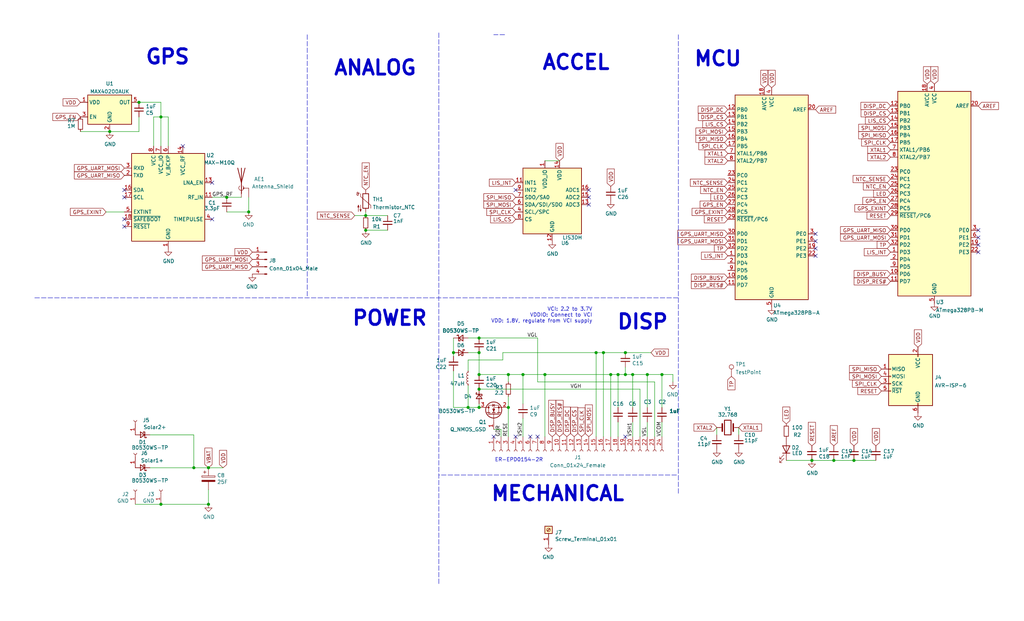
<source format=kicad_sch>
(kicad_sch (version 20211123) (generator eeschema)
  (paper "USLegal")
  (lib_symbols
    (symbol "Analog_Switch:MAX40200AUK"
      (property "Reference" "U" (at -6.35 6.35 0))
      (property "Value" "MAX40200AUK" (at 7.62 6.35 0))
      (symbol "MAX40200AUK_1_1"
        (pin power_in line (at -10.16 2.54 0) (length 2.54) (name "VDD") (number "1"))
        (pin power_in line (at 0 -7.62 90) (length 2.54) (name "GND") (number "2"))
        (pin input line (at -10.16 -2.54 0) (length 2.54) (name "EN") (number "3"))
        (pin no_connect line (at 7.62 -2.54 180) (length 2.54) hide (name "NC") (number "4"))
        (pin passive line (at 10.16 2.54 180) (length 2.54) (name "OUT") (number "5"))
      )
    )
    (symbol "Connector:AVR-ISP-6" (pin_names (offset 1.016))
      (property "Reference" "J" (at -6.35 11.43 0))
      (property "Value" "AVR-ISP-6" (at 0 11.43 0))
      (symbol "AVR-ISP-6_1_1"
        (pin passive line (at 10.16 5.08 180) (length 2.54) (name "MISO") (number "1"))
        (pin passive line (at -2.54 12.7 270) (length 2.54) (name "VCC") (number "2"))
        (pin passive line (at 10.16 0 180) (length 2.54) (name "SCK") (number "3"))
        (pin passive line (at 10.16 2.54 180) (length 2.54) (name "MOSI") (number "4"))
        (pin passive line (at 10.16 -2.54 180) (length 2.54) (name "~{RST}") (number "5"))
        (pin passive line (at -2.54 -10.16 90) (length 2.54) (name "GND") (number "6"))
      )
    )
    (symbol "Connector:Conn_01x01_Female" (pin_names (offset 1.016) hide)
      (property "Reference" "J" (at 0 2.54 0))
      (property "Value" "Conn_01x01_Female" (at 0 -2.54 0))
      (symbol "Conn_01x01_Female_1_1"
        (pin passive line (at -5.08 0 0) (length 3.81) (name "Pin_1") (number "1"))
      )
    )
    (symbol "Connector:Conn_01x04_Male" (pin_names (offset 1.016) hide)
      (property "Reference" "J" (at 0 5.08 0))
      (property "Value" "Conn_01x04_Male" (at 0 -7.62 0))
      (symbol "Conn_01x04_Male_1_1"
        (pin passive line (at 5.08 2.54 180) (length 3.81) (name "Pin_1") (number "1"))
        (pin passive line (at 5.08 0 180) (length 3.81) (name "Pin_2") (number "2"))
        (pin passive line (at 5.08 -2.54 180) (length 3.81) (name "Pin_3") (number "3"))
        (pin passive line (at 5.08 -5.08 180) (length 3.81) (name "Pin_4") (number "4"))
      )
    )
    (symbol "Connector:Conn_01x24_Female" (pin_names (offset 1.016) hide)
      (property "Reference" "J" (at 0 30.48 0))
      (property "Value" "Conn_01x24_Female" (at 0 -33.02 0))
      (symbol "Conn_01x24_Female_1_1"
        (pin passive line (at -5.08 27.94 0) (length 3.81) (name "Pin_1") (number "1"))
        (pin passive line (at -5.08 5.08 0) (length 3.81) (name "Pin_10") (number "10"))
        (pin passive line (at -5.08 2.54 0) (length 3.81) (name "Pin_11") (number "11"))
        (pin passive line (at -5.08 0 0) (length 3.81) (name "Pin_12") (number "12"))
        (pin passive line (at -5.08 -2.54 0) (length 3.81) (name "Pin_13") (number "13"))
        (pin passive line (at -5.08 -5.08 0) (length 3.81) (name "Pin_14") (number "14"))
        (pin passive line (at -5.08 -7.62 0) (length 3.81) (name "Pin_15") (number "15"))
        (pin passive line (at -5.08 -10.16 0) (length 3.81) (name "Pin_16") (number "16"))
        (pin passive line (at -5.08 -12.7 0) (length 3.81) (name "Pin_17") (number "17"))
        (pin passive line (at -5.08 -15.24 0) (length 3.81) (name "Pin_18") (number "18"))
        (pin passive line (at -5.08 -17.78 0) (length 3.81) (name "Pin_19") (number "19"))
        (pin passive line (at -5.08 25.4 0) (length 3.81) (name "Pin_2") (number "2"))
        (pin passive line (at -5.08 -20.32 0) (length 3.81) (name "Pin_20") (number "20"))
        (pin passive line (at -5.08 -22.86 0) (length 3.81) (name "Pin_21") (number "21"))
        (pin passive line (at -5.08 -25.4 0) (length 3.81) (name "Pin_22") (number "22"))
        (pin passive line (at -5.08 -27.94 0) (length 3.81) (name "Pin_23") (number "23"))
        (pin passive line (at -5.08 -30.48 0) (length 3.81) (name "Pin_24") (number "24"))
        (pin passive line (at -5.08 22.86 0) (length 3.81) (name "Pin_3") (number "3"))
        (pin passive line (at -5.08 20.32 0) (length 3.81) (name "Pin_4") (number "4"))
        (pin passive line (at -5.08 17.78 0) (length 3.81) (name "Pin_5") (number "5"))
        (pin passive line (at -5.08 15.24 0) (length 3.81) (name "Pin_6") (number "6"))
        (pin passive line (at -5.08 12.7 0) (length 3.81) (name "Pin_7") (number "7"))
        (pin passive line (at -5.08 10.16 0) (length 3.81) (name "Pin_8") (number "8"))
        (pin passive line (at -5.08 7.62 0) (length 3.81) (name "Pin_9") (number "9"))
      )
    )
    (symbol "Connector:Screw_Terminal_01x01" (pin_names (offset 1.016) hide)
      (property "Reference" "J" (at 0 2.54 0))
      (property "Value" "Screw_Terminal_01x01" (at 0 -2.54 0))
      (symbol "Screw_Terminal_01x01_1_1"
        (pin passive line (at -5.08 0 0) (length 3.81) (name "Pin_1") (number "1"))
      )
    )
    (symbol "Connector:TestPoint" (pin_numbers hide) (pin_names (offset 0.762) hide)
      (property "Reference" "TP" (at 0 6.858 0))
      (property "Value" "TestPoint" (at 0 5.08 0))
      (symbol "TestPoint_1_1"
        (pin passive line (at 0 0 90) (length 2.54) (name "1") (number "1"))
      )
    )
    (symbol "Device:Antenna_Shield" (pin_numbers hide) (pin_names (offset 1.016) hide)
      (property "Reference" "AE" (at -1.905 4.445 0))
      (property "Value" "Antenna_Shield" (at -1.905 2.54 0))
      (symbol "Antenna_Shield_1_1"
        (pin input line (at 0 -5.08 90) (length 2.54) (name "A") (number "1"))
        (pin input line (at 2.54 -5.08 90) (length 2.54) (name "Shield") (number "2"))
      )
    )
    (symbol "Device:CP" (pin_numbers hide) (pin_names (offset 0.254))
      (property "Reference" "C" (at 0.635 2.54 0))
      (property "Value" "Device_CP" (at 0.635 -2.54 0))
      (symbol "CP_1_1"
        (pin passive line (at 0 3.81 270) (length 2.794) (name "~") (number "1"))
        (pin passive line (at 0 -3.81 90) (length 2.794) (name "~") (number "2"))
      )
    )
    (symbol "Device:C_Small" (pin_numbers hide) (pin_names (offset 0.254) hide)
      (property "Reference" "C" (at 0.254 1.778 0))
      (property "Value" "C_Small" (at 0.254 -2.032 0))
      (symbol "C_Small_1_1"
        (pin passive line (at 0 2.54 270) (length 2.032) (name "~") (number "1"))
        (pin passive line (at 0 -2.54 90) (length 2.032) (name "~") (number "2"))
      )
    )
    (symbol "Device:Crystal" (pin_numbers hide) (pin_names (offset 1.016) hide)
      (property "Reference" "Y" (at 0 3.81 0))
      (property "Value" "Crystal" (at 0 -3.81 0))
      (symbol "Crystal_1_1"
        (pin passive line (at -3.81 0 0) (length 1.27) (name "1") (number "1"))
        (pin passive line (at 3.81 0 180) (length 1.27) (name "2") (number "2"))
      )
    )
    (symbol "Device:D_Schottky_Small" (pin_numbers hide) (pin_names (offset 0.254) hide)
      (property "Reference" "D" (at -1.27 2.032 0))
      (property "Value" "D_Schottky_Small" (at -7.112 -2.032 0))
      (symbol "D_Schottky_Small_1_1"
        (pin passive line (at -2.54 0 0) (length 1.778) (name "K") (number "1"))
        (pin passive line (at 2.54 0 180) (length 1.778) (name "A") (number "2"))
      )
    )
    (symbol "Device:LED" (pin_numbers hide) (pin_names (offset 1.016) hide)
      (property "Reference" "D" (at 0 2.54 0))
      (property "Value" "LED" (at 0 -2.54 0))
      (symbol "LED_1_1"
        (pin passive line (at -3.81 0 0) (length 2.54) (name "K") (number "1"))
        (pin passive line (at 3.81 0 180) (length 2.54) (name "A") (number "2"))
      )
    )
    (symbol "Device:L_Small" (pin_numbers hide) (pin_names (offset 0.254) hide)
      (property "Reference" "L" (at 0.762 1.016 0))
      (property "Value" "L_Small" (at 0.762 -1.016 0))
      (symbol "L_Small_1_1"
        (pin passive line (at 0 2.54 270) (length 0.508) (name "~") (number "1"))
        (pin passive line (at 0 -2.54 90) (length 0.508) (name "~") (number "2"))
      )
    )
    (symbol "Device:Q_NMOS_GSD" (pin_names (offset 0) hide)
      (property "Reference" "Q" (at 5.08 1.27 0))
      (property "Value" "Q_NMOS_GSD" (at 5.08 -1.27 0))
      (symbol "Q_NMOS_GSD_1_1"
        (pin input line (at -5.08 0 0) (length 2.54) (name "G") (number "1"))
        (pin passive line (at 2.54 -5.08 90) (length 2.54) (name "S") (number "2"))
        (pin passive line (at 2.54 5.08 270) (length 2.54) (name "D") (number "3"))
      )
    )
    (symbol "Device:R_Small" (pin_numbers hide) (pin_names (offset 0.254) hide)
      (property "Reference" "R" (at 0.762 0.508 0))
      (property "Value" "R_Small" (at 0.762 -1.016 0))
      (symbol "R_Small_1_1"
        (pin passive line (at 0 2.54 270) (length 0.762) (name "~") (number "1"))
        (pin passive line (at 0 -2.54 90) (length 0.762) (name "~") (number "2"))
      )
    )
    (symbol "Device:Thermistor_NTC" (pin_numbers hide) (pin_names (offset 0))
      (property "Reference" "TH" (at -4.445 0 90))
      (property "Value" "Thermistor_NTC" (at 3.175 0 90))
      (symbol "Thermistor_NTC_1_1"
        (pin passive line (at 0 3.81 270) (length 1.27) (name "~") (number "1"))
        (pin passive line (at 0 -3.81 90) (length 1.27) (name "~") (number "2"))
      )
    )
    (symbol "MCU_Microchip_ATmega:ATmega328PB-A"
      (property "Reference" "U" (at -12.7 36.83 0))
      (property "Value" "ATmega328PB-A" (at 2.54 -36.83 0))
      (symbol "ATmega328PB-A_1_1"
        (pin bidirectional line (at 15.24 -20.32 180) (length 2.54) (name "PD3") (number "1"))
        (pin bidirectional line (at 15.24 -27.94 180) (length 2.54) (name "PD6") (number "10"))
        (pin bidirectional line (at 15.24 -30.48 180) (length 2.54) (name "PD7") (number "11"))
        (pin bidirectional line (at 15.24 30.48 180) (length 2.54) (name "PB0") (number "12"))
        (pin bidirectional line (at 15.24 27.94 180) (length 2.54) (name "PB1") (number "13"))
        (pin bidirectional line (at 15.24 25.4 180) (length 2.54) (name "PB2") (number "14"))
        (pin bidirectional line (at 15.24 22.86 180) (length 2.54) (name "PB3") (number "15"))
        (pin bidirectional line (at 15.24 20.32 180) (length 2.54) (name "PB4") (number "16"))
        (pin bidirectional line (at 15.24 17.78 180) (length 2.54) (name "PB5") (number "17"))
        (pin power_in line (at 2.54 38.1 270) (length 2.54) (name "AVCC") (number "18"))
        (pin bidirectional line (at -15.24 -17.78 0) (length 2.54) (name "PE2") (number "19"))
        (pin bidirectional line (at 15.24 -22.86 180) (length 2.54) (name "PD4") (number "2"))
        (pin passive line (at -15.24 30.48 0) (length 2.54) (name "AREF") (number "20"))
        (pin passive line (at 0 -38.1 90) (length 2.54) hide (name "GND") (number "21"))
        (pin bidirectional line (at -15.24 -20.32 0) (length 2.54) (name "PE3") (number "22"))
        (pin bidirectional line (at 15.24 7.62 180) (length 2.54) (name "PC0") (number "23"))
        (pin bidirectional line (at 15.24 5.08 180) (length 2.54) (name "PC1") (number "24"))
        (pin bidirectional line (at 15.24 2.54 180) (length 2.54) (name "PC2") (number "25"))
        (pin bidirectional line (at 15.24 0 180) (length 2.54) (name "PC3") (number "26"))
        (pin bidirectional line (at 15.24 -2.54 180) (length 2.54) (name "PC4") (number "27"))
        (pin bidirectional line (at 15.24 -5.08 180) (length 2.54) (name "PC5") (number "28"))
        (pin bidirectional line (at 15.24 -7.62 180) (length 2.54) (name "~{RESET}/PC6") (number "29"))
        (pin bidirectional line (at -15.24 -12.7 0) (length 2.54) (name "PE0") (number "3"))
        (pin bidirectional line (at 15.24 -12.7 180) (length 2.54) (name "PD0") (number "30"))
        (pin bidirectional line (at 15.24 -15.24 180) (length 2.54) (name "PD1") (number "31"))
        (pin bidirectional line (at 15.24 -17.78 180) (length 2.54) (name "PD2") (number "32"))
        (pin power_in line (at 0 38.1 270) (length 2.54) (name "VCC") (number "4"))
        (pin power_in line (at 0 -38.1 90) (length 2.54) (name "GND") (number "5"))
        (pin bidirectional line (at -15.24 -15.24 0) (length 2.54) (name "PE1") (number "6"))
        (pin bidirectional line (at 15.24 15.24 180) (length 2.54) (name "XTAL1/PB6") (number "7"))
        (pin bidirectional line (at 15.24 12.7 180) (length 2.54) (name "XTAL2/PB7") (number "8"))
        (pin bidirectional line (at 15.24 -25.4 180) (length 2.54) (name "PD5") (number "9"))
      )
    )
    (symbol "MCU_Microchip_ATmega:ATmega328PB-M"
      (property "Reference" "U" (at -12.7 36.83 0))
      (property "Value" "ATmega328PB-M" (at 2.54 -36.83 0))
      (symbol "ATmega328PB-M_1_1"
        (pin bidirectional line (at 15.24 -20.32 180) (length 2.54) (name "PD3") (number "1"))
        (pin bidirectional line (at 15.24 -27.94 180) (length 2.54) (name "PD6") (number "10"))
        (pin bidirectional line (at 15.24 -30.48 180) (length 2.54) (name "PD7") (number "11"))
        (pin bidirectional line (at 15.24 30.48 180) (length 2.54) (name "PB0") (number "12"))
        (pin bidirectional line (at 15.24 27.94 180) (length 2.54) (name "PB1") (number "13"))
        (pin bidirectional line (at 15.24 25.4 180) (length 2.54) (name "PB2") (number "14"))
        (pin bidirectional line (at 15.24 22.86 180) (length 2.54) (name "PB3") (number "15"))
        (pin bidirectional line (at 15.24 20.32 180) (length 2.54) (name "PB4") (number "16"))
        (pin bidirectional line (at 15.24 17.78 180) (length 2.54) (name "PB5") (number "17"))
        (pin power_in line (at 2.54 38.1 270) (length 2.54) (name "AVCC") (number "18"))
        (pin bidirectional line (at -15.24 -17.78 0) (length 2.54) (name "PE2") (number "19"))
        (pin bidirectional line (at 15.24 -22.86 180) (length 2.54) (name "PD4") (number "2"))
        (pin passive line (at -15.24 30.48 0) (length 2.54) (name "AREF") (number "20"))
        (pin passive line (at 0 -38.1 90) (length 2.54) hide (name "GND") (number "21"))
        (pin bidirectional line (at -15.24 -20.32 0) (length 2.54) (name "PE3") (number "22"))
        (pin bidirectional line (at 15.24 7.62 180) (length 2.54) (name "PC0") (number "23"))
        (pin bidirectional line (at 15.24 5.08 180) (length 2.54) (name "PC1") (number "24"))
        (pin bidirectional line (at 15.24 2.54 180) (length 2.54) (name "PC2") (number "25"))
        (pin bidirectional line (at 15.24 0 180) (length 2.54) (name "PC3") (number "26"))
        (pin bidirectional line (at 15.24 -2.54 180) (length 2.54) (name "PC4") (number "27"))
        (pin bidirectional line (at 15.24 -5.08 180) (length 2.54) (name "PC5") (number "28"))
        (pin bidirectional line (at 15.24 -7.62 180) (length 2.54) (name "~{RESET}/PC6") (number "29"))
        (pin bidirectional line (at -15.24 -12.7 0) (length 2.54) (name "PE0") (number "3"))
        (pin bidirectional line (at 15.24 -12.7 180) (length 2.54) (name "PD0") (number "30"))
        (pin bidirectional line (at 15.24 -15.24 180) (length 2.54) (name "PD1") (number "31"))
        (pin bidirectional line (at 15.24 -17.78 180) (length 2.54) (name "PD2") (number "32"))
        (pin passive line (at 0 -38.1 90) (length 2.54) hide (name "GND") (number "33"))
        (pin power_in line (at 0 38.1 270) (length 2.54) (name "VCC") (number "4"))
        (pin power_in line (at 0 -38.1 90) (length 2.54) (name "GND") (number "5"))
        (pin bidirectional line (at -15.24 -15.24 0) (length 2.54) (name "PE1") (number "6"))
        (pin bidirectional line (at 15.24 15.24 180) (length 2.54) (name "XTAL1/PB6") (number "7"))
        (pin bidirectional line (at 15.24 12.7 180) (length 2.54) (name "XTAL2/PB7") (number "8"))
        (pin bidirectional line (at 15.24 -25.4 180) (length 2.54) (name "PD5") (number "9"))
      )
    )
    (symbol "RF_GPS:MAX-M8Q"
      (property "Reference" "U" (at -10.16 16.51 0))
      (property "Value" "MAX-M8Q" (at 11.43 16.51 0))
      (symbol "MAX-M8Q_1_1"
        (pin power_in line (at 0 -17.78 90) (length 2.54) (name "GND") (number "1"))
        (pin passive line (at 0 -17.78 90) (length 2.54) hide (name "GND") (number "10"))
        (pin input line (at 15.24 0 180) (length 2.54) (name "RF_IN") (number "11"))
        (pin passive line (at 0 -17.78 90) (length 2.54) hide (name "GND") (number "12"))
        (pin output line (at 15.24 5.08 180) (length 2.54) (name "LNA_EN") (number "13"))
        (pin power_out line (at 5.08 17.78 270) (length 2.54) (name "VCC_RF") (number "14"))
        (pin no_connect line (at 12.7 -5.08 180) (length 2.54) hide (name "Reserved") (number "15"))
        (pin bidirectional line (at -15.24 2.54 0) (length 2.54) (name "SDA") (number "16"))
        (pin input line (at -15.24 0 0) (length 2.54) (name "SCL") (number "17"))
        (pin input line (at -15.24 -7.62 0) (length 2.54) (name "~{SAFEBOOT}") (number "18"))
        (pin output line (at -15.24 7.62 0) (length 2.54) (name "TXD") (number "2"))
        (pin input line (at -15.24 10.16 0) (length 2.54) (name "RXD") (number "3"))
        (pin output line (at 15.24 -7.62 180) (length 2.54) (name "TIMEPULSE") (number "4"))
        (pin input line (at -15.24 -5.08 0) (length 2.54) (name "EXTINT") (number "5"))
        (pin power_in line (at 0 17.78 270) (length 2.54) (name "V_BCKP") (number "6"))
        (pin power_in line (at -2.54 17.78 270) (length 2.54) (name "VCC_IO") (number "7"))
        (pin power_in line (at -5.08 17.78 270) (length 2.54) (name "VCC") (number "8"))
        (pin input line (at -15.24 -10.16 0) (length 2.54) (name "~{RESET}") (number "9"))
      )
    )
    (symbol "Sensor_Motion:LIS3DH"
      (property "Reference" "U" (at -7.62 11.43 0))
      (property "Value" "LIS3DH" (at 6.35 11.43 0))
      (symbol "LIS3DH_1_1"
        (pin power_in line (at -2.54 12.7 270) (length 2.54) (name "VDD_IO") (number "1"))
        (pin passive line (at 0 -15.24 90) (length 2.54) hide (name "GND") (number "10"))
        (pin output line (at -12.7 5.08 0) (length 2.54) (name "INT1") (number "11"))
        (pin power_in line (at 0 -15.24 90) (length 2.54) (name "GND") (number "12"))
        (pin input line (at 12.7 -2.54 180) (length 2.54) (name "ADC3") (number "13"))
        (pin power_in line (at 2.54 12.7 270) (length 2.54) (name "VDD") (number "14"))
        (pin input line (at 12.7 0 180) (length 2.54) (name "ADC2") (number "15"))
        (pin input line (at 12.7 2.54 180) (length 2.54) (name "ADC1") (number "16"))
        (pin no_connect line (at 10.16 5.08 180) (length 2.54) hide (name "NC") (number "2"))
        (pin no_connect line (at 10.16 7.62 180) (length 2.54) hide (name "NC") (number "3"))
        (pin input line (at -12.7 -5.08 0) (length 2.54) (name "SCL/SPC") (number "4"))
        (pin passive line (at 0 -15.24 90) (length 2.54) hide (name "GND") (number "5"))
        (pin bidirectional line (at -12.7 -2.54 0) (length 2.54) (name "SDA/SDI/SDO") (number "6"))
        (pin bidirectional line (at -12.7 0 0) (length 2.54) (name "SDO/SA0") (number "7"))
        (pin input line (at -12.7 -7.62 0) (length 2.54) (name "CS") (number "8"))
        (pin output line (at -12.7 2.54 0) (length 2.54) (name "INT2") (number "9"))
      )
    )
    (symbol "power:GND" (power) (pin_names (offset 0))
      (property "Value" "GND" (at 0 -3.81 0))
      (symbol "GND_1_1"
        (pin power_in line (at 0 0 270) (length 0) hide (name "GND") (number "1"))
      )
    )
  )
  (junction (at 289.56 160.02))
  (junction (at 176.53 141.605))
  (junction (at 229.87 130.175))
  (junction (at 217.17 130.175))
  (junction (at 166.37 122.555))
  (junction (at 157.48 122.555))
  (junction (at 281.94 160.02))
  (junction (at 166.37 130.175))
  (junction (at 189.23 130.175))
  (junction (at 162.56 141.605))
  (junction (at 127 74.93))
  (junction (at 207.01 122.555))
  (junction (at 78.74 68.58))
  (junction (at 72.39 162.56))
  (junction (at 166.37 117.475))
  (junction (at 176.53 130.175))
  (junction (at 209.55 122.555))
  (junction (at 214.63 130.175))
  (junction (at 55.88 40.64))
  (junction (at 219.71 130.175))
  (junction (at 72.39 175.26))
  (junction (at 86.36 73.66))
  (junction (at 127 80.01))
  (junction (at 296.545 160.02))
  (junction (at 224.79 130.175))
  (junction (at 181.61 130.175))
  (junction (at 166.37 135.255))
  (junction (at 48.26 35.56))
  (junction (at 38.1 45.72))
  (junction (at 67.31 162.56))
  (junction (at 55.88 175.26))
  (junction (at 217.17 122.555))
  (junction (at 166.37 141.605))
  (junction (at 212.09 130.175))
  (no_connect (at 43.18 68.58))
  (no_connect (at 73.66 63.5))
  (no_connect (at 171.45 151.765))
  (no_connect (at 63.5 50.8))
  (no_connect (at 184.15 151.765))
  (no_connect (at 186.69 151.765))
  (no_connect (at 43.18 76.2))
  (no_connect (at 204.47 71.12))
  (no_connect (at 204.47 68.58))
  (no_connect (at 283.21 88.9))
  (no_connect (at 283.21 81.28))
  (no_connect (at 283.21 83.82))
  (no_connect (at 283.21 86.36))
  (no_connect (at 179.07 66.04))
  (no_connect (at 204.47 66.04))
  (no_connect (at 43.18 78.74))
  (no_connect (at 179.07 151.765))
  (no_connect (at 217.17 151.765))
  (no_connect (at 339.725 87.63))
  (no_connect (at 339.725 80.01))
  (no_connect (at 339.725 82.55))
  (no_connect (at 339.725 85.09))
  (no_connect (at 43.18 66.04))
  (no_connect (at 73.66 76.2))
  (wire (pts (xy 217.17 122.555) (xy 209.55 122.555)))
  (wire (pts (xy 123.19 74.93) (xy 127 74.93)))
  (wire (pts (xy 174.625 122.555) (xy 174.625 125.095)))
  (wire (pts (xy 233.68 130.175) (xy 229.87 130.175)))
  (wire (pts (xy 186.69 132.715) (xy 227.33 132.715)))
  (wire (pts (xy 207.01 151.765) (xy 207.01 122.555)))
  (wire (pts (xy 296.545 160.02) (xy 304.165 160.02)))
  (wire (pts (xy 209.55 122.555) (xy 207.01 122.555)))
  (wire (pts (xy 72.39 162.56) (xy 77.47 162.56)))
  (wire (pts (xy 229.87 130.175) (xy 229.87 141.605)))
  (wire (pts (xy 78.74 73.66) (xy 86.36 73.66)))
  (wire (pts (xy 173.99 149.225) (xy 173.99 151.765)))
  (wire (pts (xy 55.88 35.56) (xy 48.26 35.56)))
  (wire (pts (xy 214.63 130.175) (xy 212.09 130.175)))
  (wire (pts (xy 166.37 141.605) (xy 166.37 140.335)))
  (wire (pts (xy 55.88 175.26) (xy 72.39 175.26)))
  (wire (pts (xy 207.01 122.555) (xy 174.625 122.555)))
  (wire (pts (xy 212.09 130.175) (xy 189.23 130.175)))
  (wire (pts (xy 171.45 149.225) (xy 173.99 149.225)))
  (wire (pts (xy 176.53 130.175) (xy 176.53 132.715)))
  (wire (pts (xy 27.94 45.72) (xy 38.1 45.72)))
  (wire (pts (xy 219.71 130.175) (xy 217.17 130.175)))
  (wire (pts (xy 157.48 117.475) (xy 157.48 122.555)))
  (wire (pts (xy 233.68 130.175) (xy 233.68 132.715)))
  (wire (pts (xy 157.48 141.605) (xy 162.56 141.605)))
  (wire (pts (xy 36.83 73.66) (xy 43.18 73.66)))
  (wire (pts (xy 127 80.01) (xy 134.62 80.01)))
  (wire (pts (xy 72.39 162.56) (xy 67.31 162.56)))
  (wire (pts (xy 181.61 130.175) (xy 181.61 140.335)))
  (wire (pts (xy 209.55 122.555) (xy 209.55 151.765)))
  (wire (pts (xy 166.37 117.475) (xy 162.56 117.475)))
  (polyline (pts (xy 12.065 103.505) (xy 235.585 103.505)))
  (wire (pts (xy 52.07 151.13) (xy 67.31 151.13)))
  (wire (pts (xy 166.37 122.555) (xy 166.37 130.175)))
  (wire (pts (xy 58.42 50.8) (xy 58.42 40.64)))
  (wire (pts (xy 224.79 146.685) (xy 224.79 151.765)))
  (wire (pts (xy 166.37 117.475) (xy 186.69 117.475)))
  (wire (pts (xy 217.17 127.635) (xy 217.17 130.175)))
  (wire (pts (xy 55.88 40.64) (xy 53.34 40.64)))
  (wire (pts (xy 219.71 130.175) (xy 219.71 141.605)))
  (wire (pts (xy 73.66 68.58) (xy 78.74 68.58)))
  (wire (pts (xy 186.69 117.475) (xy 186.69 132.715)))
  (wire (pts (xy 289.56 160.02) (xy 296.545 160.02)))
  (wire (pts (xy 189.23 130.175) (xy 181.61 130.175)))
  (wire (pts (xy 46.99 175.26) (xy 55.88 175.26)))
  (polyline (pts (xy 234.95 165.1) (xy 152.4 165.1)))
  (wire (pts (xy 273.05 160.02) (xy 281.94 160.02)))
  (wire (pts (xy 229.87 130.175) (xy 224.79 130.175)))
  (wire (pts (xy 227.33 151.765) (xy 227.33 132.715)))
  (wire (pts (xy 86.36 73.66) (xy 86.36 68.58)))
  (wire (pts (xy 52.07 162.56) (xy 67.31 162.56)))
  (wire (pts (xy 67.31 151.13) (xy 67.31 162.56)))
  (wire (pts (xy 53.34 40.64) (xy 53.34 50.8)))
  (wire (pts (xy 219.71 146.685) (xy 219.71 151.765)))
  (polyline (pts (xy 235.585 171.45) (xy 235.585 12.065)))
  (wire (pts (xy 48.26 45.72) (xy 48.26 40.64)))
  (polyline (pts (xy 152.4 11.43) (xy 152.4 203.2)))
  (wire (pts (xy 214.63 130.175) (xy 214.63 141.605)))
  (polyline (pts (xy 106.68 12.065) (xy 106.68 103.505)))
  (wire (pts (xy 217.17 130.175) (xy 214.63 130.175)))
  (wire (pts (xy 181.61 130.175) (xy 176.53 130.175)))
  (wire (pts (xy 189.23 130.175) (xy 189.23 151.765)))
  (wire (pts (xy 58.42 40.64) (xy 55.88 40.64)))
  (wire (pts (xy 157.48 128.905) (xy 157.48 141.605)))
  (wire (pts (xy 222.25 135.255) (xy 222.25 151.765)))
  (wire (pts (xy 162.56 125.095) (xy 162.56 128.905)))
  (polyline (pts (xy 175.26 12.065) (xy 171.45 12.065)))
  (wire (pts (xy 229.87 146.685) (xy 229.87 151.765)))
  (wire (pts (xy 256.54 148.59) (xy 256.54 151.13)))
  (wire (pts (xy 166.37 130.175) (xy 176.53 130.175)))
  (wire (pts (xy 127 73.66) (xy 127 74.93)))
  (wire (pts (xy 127 74.93) (xy 134.62 74.93)))
  (wire (pts (xy 222.25 135.255) (xy 166.37 135.255)))
  (wire (pts (xy 226.06 122.555) (xy 217.17 122.555)))
  (wire (pts (xy 55.88 35.56) (xy 55.88 40.64)))
  (wire (pts (xy 166.37 122.555) (xy 162.56 122.555)))
  (wire (pts (xy 157.48 122.555) (xy 157.48 123.825)))
  (wire (pts (xy 248.92 148.59) (xy 248.92 151.13)))
  (wire (pts (xy 176.53 141.605) (xy 176.53 151.765)))
  (wire (pts (xy 212.09 130.175) (xy 212.09 151.765)))
  (wire (pts (xy 162.56 133.985) (xy 162.56 141.605)))
  (wire (pts (xy 166.37 141.605) (xy 162.56 141.605)))
  (wire (pts (xy 194.31 55.88) (xy 189.23 55.88)))
  (wire (pts (xy 38.1 45.72) (xy 48.26 45.72)))
  (wire (pts (xy 72.39 170.18) (xy 72.39 175.26)))
  (wire (pts (xy 181.61 145.415) (xy 181.61 151.765)))
  (wire (pts (xy 174.625 125.095) (xy 162.56 125.095)))
  (wire (pts (xy 78.74 68.58) (xy 83.82 68.58)))
  (wire (pts (xy 281.94 160.02) (xy 289.56 160.02)))
  (wire (pts (xy 176.53 137.795) (xy 176.53 141.605)))
  (wire (pts (xy 214.63 146.685) (xy 214.63 151.765)))
  (wire (pts (xy 55.88 40.64) (xy 55.88 50.8)))
  (wire (pts (xy 224.79 130.175) (xy 219.71 130.175)))
  (wire (pts (xy 224.79 130.175) (xy 224.79 141.605)))
  (text "GPS" (at 50.165 22.86 0) (effects (font (size 5.0038 5.0038) (thickness 1.0008) bold) (justify left bottom)))
  (text "MCU" (at 240.665 23.495 0) (effects (font (size 5.0038 5.0038) (thickness 1.0008) bold) (justify left bottom)))
  (text "ACCEL" (at 187.96 24.765 0) (effects (font (size 5.0038 5.0038) (thickness 1.0008) bold) (justify left bottom)))
  (text "ER-EPD0154-2R" (at 188.595 160.655 180) (effects (font (size 1.27 1.27)) (justify right bottom)))
  (text "DISP" (at 232.41 114.935 180) (effects (font (size 5.0038 5.0038) (thickness 1.0008) bold) (justify right bottom)))
  (text "POWER" (at 121.92 113.665 0) (effects (font (size 5.0038 5.0038) (thickness 1.0008) bold) (justify left bottom)))
  (text "MECHANICAL" (at 170.18 174.625 0) (effects (font (size 5.0038 5.0038) (thickness 1.0008) bold) (justify left bottom)))
  (text "VCI: 2.2 to 3.7V\nVDDIO: Connect to VCI\nVDD: 1.8V, regulate from VCI supply" (at 205.74 112.395 0) (effects (font (size 1.27 1.27)) (justify right bottom)))
  (text "ANALOG" (at 115.57 26.67 0) (effects (font (size 5.0038 5.0038) (thickness 1.0008) bold) (justify left bottom)))
  (label "VSL" (at 224.79 151.765 90))
  (label "VSH2" (at 181.61 151.765 90))
  (label "GPS_RF" (at 73.66 68.58 0))
  (label "VCOM" (at 229.87 151.765 90))
  (label "GDR" (at 173.99 151.765 90))
  (label "VGL" (at 186.69 117.475 180))
  (label "RESE" (at 176.53 151.765 90))
  (label "VSH1" (at 219.71 151.765 90))
  (label "VGH" (at 201.93 135.255 180))
  (global_label "NTC_EN" (shape input) (at 309.245 64.77 180) (property "Intersheet References" "${INTERSHEET_REFS}" (effects hide)))
  (global_label "SPI_MOSI" (shape input) (at 179.07 71.12 180) (property "Intersheet References" "${INTERSHEET_REFS}" (effects hide)))
  (global_label "LIS_CS" (shape input) (at 252.73 43.18 180) (property "Intersheet References" "${INTERSHEET_REFS}" (effects hide)))
  (global_label "VBAT" (shape input) (at 72.39 162.56 90) (property "Intersheet References" "${INTERSHEET_REFS}" (effects hide)))
  (global_label "XTAL1" (shape input) (at 309.245 52.07 180) (property "Intersheet References" "${INTERSHEET_REFS}" (effects hide)))
  (global_label "GPS_UART_MOSI" (shape input) (at 309.245 82.55 180) (property "Intersheet References" "${INTERSHEET_REFS}" (effects hide)))
  (global_label "SPI_MOSI" (shape input) (at 204.47 151.765 90) (property "Intersheet References" "${INTERSHEET_REFS}" (effects hide)))
  (global_label "LED" (shape input) (at 309.245 67.31 180) (property "Intersheet References" "${INTERSHEET_REFS}" (effects hide)))
  (global_label "TP" (shape input) (at 252.73 86.36 180) (property "Intersheet References" "${INTERSHEET_REFS}" (effects hide)))
  (global_label "LIS_INT" (shape input) (at 252.73 88.9 180) (property "Intersheet References" "${INTERSHEET_REFS}" (effects hide)))
  (global_label "SPI_MISO" (shape input) (at 309.245 46.99 180) (property "Intersheet References" "${INTERSHEET_REFS}" (effects hide)))
  (global_label "VDD" (shape input) (at 27.94 35.56 180) (property "Intersheet References" "${INTERSHEET_REFS}" (effects hide)))
  (global_label "LIS_CS" (shape input) (at 309.245 41.91 180) (property "Intersheet References" "${INTERSHEET_REFS}" (effects hide)))
  (global_label "GPS_UART_MISO" (shape input) (at 87.63 92.71 180) (property "Intersheet References" "${INTERSHEET_REFS}" (effects hide)))
  (global_label "DISP_CS" (shape input) (at 309.245 39.37 180) (property "Intersheet References" "${INTERSHEET_REFS}" (effects hide)))
  (global_label "VDD" (shape input) (at 87.63 87.63 180) (property "Intersheet References" "${INTERSHEET_REFS}" (effects hide)))
  (global_label "XTAL1" (shape input) (at 252.73 53.34 180) (property "Intersheet References" "${INTERSHEET_REFS}" (effects hide)))
  (global_label "XTAL1" (shape input) (at 256.54 148.59 0) (property "Intersheet References" "${INTERSHEET_REFS}" (effects hide)))
  (global_label "GPS_UART_MOSI" (shape input) (at 252.73 83.82 180) (property "Intersheet References" "${INTERSHEET_REFS}" (effects hide)))
  (global_label "VDD" (shape input) (at 318.77 120.65 90) (property "Intersheet References" "${INTERSHEET_REFS}" (effects hide)))
  (global_label "DISP_DC" (shape input) (at 196.85 151.765 90) (property "Intersheet References" "${INTERSHEET_REFS}" (effects hide)))
  (global_label "GPS_UART_MOSI" (shape input) (at 43.18 58.42 180) (property "Intersheet References" "${INTERSHEET_REFS}" (effects hide)))
  (global_label "NTC_EN" (shape input) (at 127 66.04 90) (property "Intersheet References" "${INTERSHEET_REFS}" (effects hide)))
  (global_label "SPI_MOSI" (shape input) (at 252.73 45.72 180) (property "Intersheet References" "${INTERSHEET_REFS}" (effects hide)))
  (global_label "GPS_UART_MISO" (shape input) (at 43.18 60.96 180) (property "Intersheet References" "${INTERSHEET_REFS}" (effects hide)))
  (global_label "LIS_INT" (shape input) (at 309.245 87.63 180) (property "Intersheet References" "${INTERSHEET_REFS}" (effects hide)))
  (global_label "GPS_EXINT" (shape input) (at 252.73 73.66 180) (property "Intersheet References" "${INTERSHEET_REFS}" (effects hide)))
  (global_label "VDD" (shape input) (at 324.485 29.21 90) (property "Intersheet References" "${INTERSHEET_REFS}" (effects hide)))
  (global_label "SPI_MISO" (shape input) (at 179.07 68.58 180) (property "Intersheet References" "${INTERSHEET_REFS}" (effects hide)))
  (global_label "DISP_CS" (shape input) (at 252.73 40.64 180) (property "Intersheet References" "${INTERSHEET_REFS}" (effects hide)))
  (global_label "DISP_BUSY" (shape input) (at 252.73 96.52 180) (property "Intersheet References" "${INTERSHEET_REFS}" (effects hide)))
  (global_label "SPI_CLK" (shape input) (at 306.07 133.35 180) (property "Intersheet References" "${INTERSHEET_REFS}" (effects hide)))
  (global_label "DISP_BUSY" (shape input) (at 309.245 95.25 180) (property "Intersheet References" "${INTERSHEET_REFS}" (effects hide)))
  (global_label "DISP_RES#" (shape input) (at 252.73 99.06 180) (property "Intersheet References" "${INTERSHEET_REFS}" (effects hide)))
  (global_label "RESET" (shape input) (at 306.07 135.89 180) (property "Intersheet References" "${INTERSHEET_REFS}" (effects hide)))
  (global_label "DISP_CS" (shape input) (at 199.39 151.765 90) (property "Intersheet References" "${INTERSHEET_REFS}" (effects hide)))
  (global_label "RESET" (shape input) (at 252.73 76.2 180) (property "Intersheet References" "${INTERSHEET_REFS}" (effects hide)))
  (global_label "GPS_UART_MOSI" (shape input) (at 87.63 90.17 180) (property "Intersheet References" "${INTERSHEET_REFS}" (effects hide)))
  (global_label "GPS_EN" (shape input) (at 27.94 40.64 180) (property "Intersheet References" "${INTERSHEET_REFS}" (effects hide)))
  (global_label "AREF" (shape input) (at 289.56 154.94 90) (property "Intersheet References" "${INTERSHEET_REFS}" (effects hide)))
  (global_label "SPI_MISO" (shape input) (at 252.73 48.26 180) (property "Intersheet References" "${INTERSHEET_REFS}" (effects hide)))
  (global_label "GPS_UART_MISO" (shape input) (at 252.73 81.28 180) (property "Intersheet References" "${INTERSHEET_REFS}" (effects hide)))
  (global_label "DISP_RES#" (shape input) (at 309.245 97.79 180) (property "Intersheet References" "${INTERSHEET_REFS}" (effects hide)))
  (global_label "VDD" (shape input) (at 267.97 30.48 90) (property "Intersheet References" "${INTERSHEET_REFS}" (effects hide)))
  (global_label "AREF" (shape input) (at 283.21 38.1 0) (property "Intersheet References" "${INTERSHEET_REFS}" (effects hide)))
  (global_label "XTAL2" (shape input) (at 252.73 55.88 180) (property "Intersheet References" "${INTERSHEET_REFS}" (effects hide)))
  (global_label "VDD" (shape input) (at 77.47 162.56 90) (property "Intersheet References" "${INTERSHEET_REFS}" (effects hide)))
  (global_label "NTC_SENSE" (shape input) (at 123.19 74.93 180) (property "Intersheet References" "${INTERSHEET_REFS}" (effects hide)))
  (global_label "NTC_SENSE" (shape input) (at 309.245 62.23 180) (property "Intersheet References" "${INTERSHEET_REFS}" (effects hide)))
  (global_label "GPS_EXINT" (shape input) (at 309.245 72.39 180) (property "Intersheet References" "${INTERSHEET_REFS}" (effects hide)))
  (global_label "VDD" (shape input) (at 304.165 154.94 90) (property "Intersheet References" "${INTERSHEET_REFS}" (effects hide)))
  (global_label "LED" (shape input) (at 273.05 147.32 90) (property "Intersheet References" "${INTERSHEET_REFS}" (effects hide)))
  (global_label "SPI_CLK" (shape input) (at 179.07 73.66 180) (property "Intersheet References" "${INTERSHEET_REFS}" (effects hide)))
  (global_label "SPI_CLK" (shape input) (at 201.93 151.765 90) (property "Intersheet References" "${INTERSHEET_REFS}" (effects hide)))
  (global_label "XTAL2" (shape input) (at 309.245 54.61 180) (property "Intersheet References" "${INTERSHEET_REFS}" (effects hide)))
  (global_label "SPI_MISO" (shape input) (at 306.07 128.27 180) (property "Intersheet References" "${INTERSHEET_REFS}" (effects hide)))
  (global_label "VDD" (shape input) (at 296.545 154.94 90) (property "Intersheet References" "${INTERSHEET_REFS}" (effects hide)))
  (global_label "SPI_CLK" (shape input) (at 252.73 50.8 180) (property "Intersheet References" "${INTERSHEET_REFS}" (effects hide)))
  (global_label "DISP_BUSY" (shape input) (at 191.77 151.765 90) (property "Intersheet References" "${INTERSHEET_REFS}" (effects hide)))
  (global_label "VDD" (shape input) (at 194.31 55.88 90) (property "Intersheet References" "${INTERSHEET_REFS}" (effects hide)))
  (global_label "LIS_CS" (shape input) (at 179.07 76.2 180) (property "Intersheet References" "${INTERSHEET_REFS}" (effects hide)))
  (global_label "LED" (shape input) (at 252.73 68.58 180) (property "Intersheet References" "${INTERSHEET_REFS}" (effects hide)))
  (global_label "RESET" (shape input) (at 281.94 154.94 90) (property "Intersheet References" "${INTERSHEET_REFS}" (effects hide)))
  (global_label "GPS_EN" (shape input) (at 309.245 69.85 180) (property "Intersheet References" "${INTERSHEET_REFS}" (effects hide)))
  (global_label "NTC_SENSE" (shape input) (at 252.73 63.5 180) (property "Intersheet References" "${INTERSHEET_REFS}" (effects hide)))
  (global_label "TP" (shape input) (at 309.245 85.09 180) (property "Intersheet References" "${INTERSHEET_REFS}" (effects hide)))
  (global_label "GPS_EXINT" (shape input) (at 36.83 73.66 180) (property "Intersheet References" "${INTERSHEET_REFS}" (effects hide)))
  (global_label "SPI_CLK" (shape input) (at 309.245 49.53 180) (property "Intersheet References" "${INTERSHEET_REFS}" (effects hide)))
  (global_label "SPI_MOSI" (shape input) (at 306.07 130.81 180) (property "Intersheet References" "${INTERSHEET_REFS}" (effects hide)))
  (global_label "DISP_DC" (shape input) (at 252.73 38.1 180) (property "Intersheet References" "${INTERSHEET_REFS}" (effects hide)))
  (global_label "SPI_MOSI" (shape input) (at 309.245 44.45 180) (property "Intersheet References" "${INTERSHEET_REFS}" (effects hide)))
  (global_label "VDD" (shape input) (at 265.43 30.48 90) (property "Intersheet References" "${INTERSHEET_REFS}" (effects hide)))
  (global_label "DISP_DC" (shape input) (at 309.245 36.83 180) (property "Intersheet References" "${INTERSHEET_REFS}" (effects hide)))
  (global_label "AREF" (shape input) (at 339.725 36.83 0) (property "Intersheet References" "${INTERSHEET_REFS}" (effects hide)))
  (global_label "XTAL2" (shape input) (at 248.92 148.59 180) (property "Intersheet References" "${INTERSHEET_REFS}" (effects hide)))
  (global_label "TP" (shape input) (at 254 130.81 270) (property "Intersheet References" "${INTERSHEET_REFS}" (effects hide)))
  (global_label "VDD" (shape input) (at 321.945 29.21 90) (property "Intersheet References" "${INTERSHEET_REFS}" (effects hide)))
  (global_label "VDD" (shape input) (at 226.06 122.555 0) (property "Intersheet References" "${INTERSHEET_REFS}" (effects hide)))
  (global_label "NTC_EN" (shape input) (at 252.73 66.04 180) (property "Intersheet References" "${INTERSHEET_REFS}" (effects hide)))
  (global_label "DISP_RES#" (shape input) (at 194.31 151.765 90) (property "Intersheet References" "${INTERSHEET_REFS}" (effects hide)))
  (global_label "RESET" (shape input) (at 309.245 74.93 180) (property "Intersheet References" "${INTERSHEET_REFS}" (effects hide)))
  (global_label "LIS_INT" (shape input) (at 179.07 63.5 180) (property "Intersheet References" "${INTERSHEET_REFS}" (effects hide)))
  (global_label "GPS_EN" (shape input) (at 252.73 71.12 180) (property "Intersheet References" "${INTERSHEET_REFS}" (effects hide)))
  (global_label "GPS_UART_MISO" (shape input) (at 309.245 80.01 180) (property "Intersheet References" "${INTERSHEET_REFS}" (effects hide)))
  (global_label "VDD" (shape input) (at 212.09 64.77 90) (property "Intersheet References" "${INTERSHEET_REFS}" (effects hide)))
  (symbol (lib_id "power:GND") (at 58.42 86.36 0) (unit 1)
    (property "Reference" "#PWR015" (effects hide))
    (property "Value" "GND" (at 58.547 90.7542 0))
  )
  (symbol (lib_id "RF_GPS:MAX-M8Q") (at 58.42 68.58 0) (unit 1)
    (property "Reference" "U2" (at 73.025 53.975 0))
    (property "Value" "MAX-M10Q" (at 76.2 56.515 0))
    (property "Footprint" "RF_GPS:ublox_MAX" (effects hide))
    (property "Datasheet" "https://www.u-blox.com/sites/default/files/MAX-M8-FW3_DataSheet_%28UBX-15031506%29.pdf" (effects hide))
  )
  (symbol (lib_id "Sensor_Motion:LIS3DH") (at 191.77 68.58 0) (unit 1)
    (property "Reference" "U6" (at 196.215 84.455 0))
    (property "Value" "LIS3DH" (at 198.755 82.55 0))
    (property "Footprint" "Package_LGA:LGA-16_3x3mm_P0.5mm_LayoutBorder3x5y" (effects hide))
    (property "Datasheet" "https://www.st.com/resource/en/datasheet/cd00274221.pdf" (effects hide))
  )
  (symbol (lib_id "Device:C_Small") (at 212.09 67.31 0) (mirror x) (unit 1)
    (property "Reference" "C26" (at 214.4268 68.4784 0) (effects (justify left)))
    (property "Value" "1uF" (at 214.4268 66.167 0) (effects (justify left)))
    (property "Footprint" "Capacitor_SMD:C_0603_1608Metric" (effects hide))
  )
  (symbol (lib_id "power:GND") (at 191.77 83.82 0) (unit 1)
    (property "Reference" "#PWR0126" (effects hide))
    (property "Value" "GND" (at 191.897 88.2142 0))
  )
  (symbol (lib_id "power:GND") (at 212.09 69.85 0) (unit 1)
    (property "Reference" "#PWR0127" (effects hide))
    (property "Value" "GND" (at 212.217 74.2442 0))
  )
  (symbol (lib_id "Device:C_Small") (at 78.74 71.12 0) (mirror x) (unit 1)
    (property "Reference" "C1" (at 73.66 70.485 0))
    (property "Value" "3.3pF" (at 73.66 72.39 0))
    (property "Footprint" "Capacitor_SMD:C_0402_1005Metric" (effects hide))
  )
  (symbol (lib_id "Device:LED") (at 273.05 156.21 270) (mirror x) (unit 1)
    (property "Reference" "D2" (at 276.225 155.575 90))
    (property "Value" "LED" (at 276.86 157.48 90))
    (property "Footprint" "Diode_SMD:D_0805_2012Metric" (effects hide))
    (property "Part" "LTST-S220KRKT" (effects hide))
  )
  (symbol (lib_id "Device:R_Small") (at 176.53 135.255 0) (unit 1)
    (property "Reference" "R3" (at 173.355 134.62 0))
    (property "Value" "2.2" (at 173.355 136.525 0))
    (property "Footprint" "Resistor_SMD:R_0603_1608Metric" (effects hide))
  )
  (symbol (lib_id "Device:C_Small") (at 181.61 142.875 0) (mirror x) (unit 1)
    (property "Reference" "C9" (at 183.9468 144.0434 0) (effects (justify left)))
    (property "Value" "1uF" (at 183.9468 141.732 0) (effects (justify left)))
    (property "Footprint" "Capacitor_SMD:C_0603_1608Metric" (effects hide))
  )
  (symbol (lib_id "Device:Antenna_Shield") (at 83.82 63.5 0) (unit 1)
    (property "Reference" "AE1" (at 88.2396 62.2554 0) (effects (justify left)))
    (property "Value" "Antenna_Shield" (at 87.4776 64.8208 0) (effects (justify left)))
    (property "Footprint" "RF_Antenna:Pulse_W3011" (effects hide))
    (property "Part" "W3011A" (effects hide))
  )
  (symbol (lib_id "power:GND") (at 86.36 73.66 0) (mirror y) (unit 1)
    (property "Reference" "#PWR0101" (effects hide))
    (property "Value" "GND" (at 86.233 78.0542 0))
  )
  (symbol (lib_id "Connector:Screw_Terminal_01x01") (at 190.5 184.15 90) (unit 1)
    (property "Reference" "J7" (at 192.7352 185.0644 90) (effects (justify right)))
    (property "Value" "Screw_Terminal_01x01" (at 192.7352 187.3758 90) (effects (justify right)))
    (property "Footprint" "Heliograph:M4_RA_7792" (effects hide))
    (property "Part" "7792" (effects hide))
    (property "Manufacture" "Keystone Electronics" (effects hide))
  )
  (symbol (lib_id "power:GND") (at 190.5 189.23 0) (mirror y) (unit 1)
    (property "Reference" "#PWR0125" (effects hide))
    (property "Value" "GND" (at 190.373 193.6242 0))
  )
  (symbol (lib_id "Device:C_Small") (at 217.17 125.095 0) (mirror x) (unit 1)
    (property "Reference" "C15" (at 219.5068 126.2634 0) (effects (justify left)))
    (property "Value" "1uF" (at 219.5068 123.952 0) (effects (justify left)))
    (property "Footprint" "Capacitor_SMD:C_0603_1608Metric" (effects hide))
  )
  (symbol (lib_id "Device:CP") (at 72.39 166.37 0) (unit 1)
    (property "Reference" "C8" (at 75.3872 165.2016 0) (effects (justify left)))
    (property "Value" "25F" (at 75.3872 167.513 0) (effects (justify left)))
    (property "Footprint" "Heliograph:TPLC3R8-25MR8X20" (effects hide))
    (property "Part" "TPLC3R8-25MR8X20" (effects hide))
  )
  (symbol (lib_id "Device:C_Small") (at 166.37 132.715 0) (mirror x) (unit 1)
    (property "Reference" "C20" (at 168.7068 133.8834 0) (effects (justify left)))
    (property "Value" "1uF" (at 168.7068 131.572 0) (effects (justify left)))
    (property "Footprint" "Capacitor_SMD:C_0603_1608Metric" (effects hide))
  )
  (symbol (lib_id "power:GND") (at 87.63 95.25 0) (mirror y) (unit 1)
    (property "Reference" "#PWR0112" (effects hide))
    (property "Value" "GND" (at 87.503 99.6442 0))
  )
  (symbol (lib_id "Device:C_Small") (at 248.92 153.67 0) (mirror y) (unit 1)
    (property "Reference" "C4" (at 245.745 152.4 0) (effects (justify left)))
    (property "Value" "11pF" (at 247.015 154.305 0) (effects (justify left)))
    (property "Footprint" "Capacitor_SMD:C_0603_1608Metric" (effects hide))
  )
  (symbol (lib_id "Device:C_Small") (at 224.79 144.145 0) (mirror x) (unit 1)
    (property "Reference" "C3" (at 223.52 139.7 0) (effects (justify left)))
    (property "Value" "1uF" (at 232.41 142.875 0) (effects (justify left)))
    (property "Footprint" "Capacitor_SMD:C_0603_1608Metric" (effects hide))
  )
  (symbol (lib_id "Connector:Conn_01x24_Female") (at 199.39 156.845 90) (mirror x) (unit 1)
    (property "Reference" "J1" (at 200.66 158.9437 90))
    (property "Value" "Conn_01x24_Female" (at 200.66 161.7188 90))
    (property "Footprint" "Heliograph:ER-CON24HT-1" (effects hide))
  )
  (symbol (lib_id "Device:D_Schottky_Small") (at 166.37 137.795 90) (mirror x) (unit 1)
    (property "Reference" "D4" (at 163.83 137.795 90) (effects (justify left)))
    (property "Value" "B0530WS-TP" (at 165.1 142.875 90) (effects (justify left)))
    (property "Footprint" "Diode_SMD:D_SOD-323" (effects hide))
  )
  (symbol (lib_id "Connector:AVR-ISP-6") (at 316.23 133.35 0) (mirror y) (unit 1)
    (property "Reference" "J4" (at 324.612 131.1715 0) (effects (justify right)))
    (property "Value" "AVR-ISP-6" (at 324.612 133.9466 0) (effects (justify right)))
    (property "Footprint" "Connector_PinHeader_2.54mm:PinHeader_2x03_P2.54mm_Vertical" (effects hide))
    (property "Datasheet" " ~" (effects hide))
  )
  (symbol (lib_id "Connector:Conn_01x01_Female") (at 46.99 170.18 270) (mirror x) (unit 1)
    (property "Reference" "J2" (at 44.7548 171.7548 90) (effects (justify right)))
    (property "Value" "GND" (at 44.7548 174.0662 90) (effects (justify right)))
    (property "Footprint" "Connector_PinHeader_2.54mm:PinHeader_1x01_P2.54mm_Vertical" (effects hide))
  )
  (symbol (lib_id "Connector:TestPoint") (at 254 130.81 0) (unit 1)
    (property "Reference" "TP1" (at 255.397 126.5995 0) (effects (justify left)))
    (property "Value" "TestPoint" (at 255.397 129.3746 0) (effects (justify left)))
    (property "Footprint" "TestPoint:TestPoint_Loop_D2.50mm_Drill1.0mm_LowProfile" (effects hide))
  )
  (symbol (lib_id "Device:R_Small") (at 127 77.47 0) (mirror x) (unit 1)
    (property "Reference" "R1" (at 130.81 78.74 0))
    (property "Value" "10k" (at 130.81 76.2 0))
    (property "Footprint" "Resistor_SMD:R_0603_1608Metric" (effects hide))
  )
  (symbol (lib_id "Connector:Conn_01x01_Female") (at 46.99 157.48 90) (unit 1)
    (property "Reference" "J6" (at 48.895 157.48 90) (effects (justify right)))
    (property "Value" "Solar1+" (at 48.895 160.02 90) (effects (justify right)))
    (property "Footprint" "Connector_PinHeader_2.54mm:PinHeader_1x01_P2.54mm_Vertical" (effects hide))
  )
  (symbol (lib_id "Device:C_Small") (at 229.87 144.145 0) (mirror x) (unit 1)
    (property "Reference" "C2" (at 228.6 139.7 0) (effects (justify left)))
    (property "Value" "1uF" (at 232.41 142.875 0) (effects (justify left)))
    (property "Footprint" "Capacitor_SMD:C_0603_1608Metric" (effects hide))
  )
  (symbol (lib_id "Device:C_Small") (at 219.71 144.145 180) (unit 1)
    (property "Reference" "C6" (at 220.98 140.335 0) (effects (justify left)))
    (property "Value" "1uF" (at 236.22 142.875 0) (effects (justify left)))
    (property "Footprint" "Capacitor_SMD:C_0603_1608Metric" (effects hide))
  )
  (symbol (lib_id "Device:R_Small") (at 27.94 43.18 0) (mirror x) (unit 1)
    (property "Reference" "R7" (at 24.765 41.91 0))
    (property "Value" "1M" (at 24.765 43.815 0))
    (property "Footprint" "Resistor_SMD:R_0603_1608Metric" (effects hide))
  )
  (symbol (lib_id "Device:Crystal") (at 252.73 148.59 0) (mirror y) (unit 1)
    (property "Reference" "Y1" (at 252.73 142.0581 0))
    (property "Value" "32.768" (at 252.73 144.145 0))
    (property "Footprint" "Crystal:Crystal_SMD_3215-2Pin_3.2x1.5mm" (effects hide))
    (property "Part" "SC32S-7PF20PPM" (effects hide))
  )
  (symbol (lib_id "power:GND") (at 324.485 105.41 0) (unit 1)
    (property "Reference" "#PWR0106" (effects hide))
    (property "Value" "GND" (at 324.612 109.8042 0))
  )
  (symbol (lib_id "Device:C_Small") (at 281.94 157.48 0) (mirror x) (unit 1)
    (property "Reference" "C18" (at 284.2768 158.6484 0) (effects (justify left)))
    (property "Value" "1uF" (at 284.2768 156.337 0) (effects (justify left)))
    (property "Footprint" "Capacitor_SMD:C_0603_1608Metric" (effects hide))
  )
  (symbol (lib_id "Device:C_Small") (at 256.54 153.67 0) (unit 1)
    (property "Reference" "C10" (at 258.445 151.13 0) (effects (justify left)))
    (property "Value" "11pF" (at 258.445 153.035 0) (effects (justify left)))
    (property "Footprint" "Capacitor_SMD:C_0603_1608Metric" (effects hide))
  )
  (symbol (lib_id "power:GND") (at 318.77 143.51 0) (unit 1)
    (property "Reference" "#PWR0107" (effects hide))
    (property "Value" "GND" (at 318.897 147.9042 0))
  )
  (symbol (lib_id "Device:C_Small") (at 157.48 126.365 180) (unit 1)
    (property "Reference" "C22" (at 155.1432 127.5334 0) (effects (justify left)))
    (property "Value" "1uF" (at 155.1432 125.222 0) (effects (justify left)))
    (property "Footprint" "Capacitor_SMD:C_0603_1608Metric" (effects hide))
  )
  (symbol (lib_id "Device:C_Small") (at 289.56 157.48 0) (unit 1)
    (property "Reference" "C19" (at 292.1 156.845 0) (effects (justify left)))
    (property "Value" "1nF" (at 291.8968 158.623 0) (effects (justify left)))
    (property "Footprint" "Capacitor_SMD:C_0603_1608Metric" (effects hide))
  )
  (symbol (lib_id "Device:C_Small") (at 296.545 157.48 0) (unit 1)
    (property "Reference" "C14" (at 299.085 156.845 0) (effects (justify left)))
    (property "Value" "1uF" (at 298.8818 158.623 0) (effects (justify left)))
    (property "Footprint" "Capacitor_SMD:C_0603_1608Metric" (effects hide))
  )
  (symbol (lib_id "Device:D_Schottky_Small") (at 49.53 151.13 180) (unit 1)
    (property "Reference" "D1" (at 49.53 153.67 0))
    (property "Value" "B0530WS-TP" (at 52.07 155.575 0))
    (property "Footprint" "Diode_SMD:D_SOD-323" (effects hide))
    (property "Part" "B0530WS" (effects hide))
  )
  (symbol (lib_id "power:GND") (at 256.54 156.21 0) (unit 1)
    (property "Reference" "#PWR0102" (effects hide))
    (property "Value" "GND" (at 256.667 160.6042 0))
  )
  (symbol (lib_id "Connector:Conn_01x04_Male") (at 92.71 90.17 0) (mirror y) (unit 1)
    (property "Reference" "J8" (at 93.4212 90.5315 0) (effects (justify right)))
    (property "Value" "Conn_01x04_Male" (at 93.4212 93.3066 0) (effects (justify right)))
    (property "Footprint" "Connector_PinSocket_2.54mm:PinSocket_1x04_P2.54mm_Vertical" (effects hide))
  )
  (symbol (lib_id "MCU_Microchip_ATmega:ATmega328PB-A") (at 267.97 68.58 0) (mirror y) (unit 1)
    (property "Reference" "U4" (at 268.4906 106.1704 0) (effects (justify right)))
    (property "Value" "ATmega328PB-A" (at 268.4906 108.7073 0) (effects (justify right)))
    (property "Footprint" "Package_QFP:TQFP-32_7x7mm_P0.8mm" (effects hide))
    (property "Datasheet" "http://ww1.microchip.com/downloads/en/DeviceDoc/40001906C.pdf" (effects hide))
  )
  (symbol (lib_id "power:GND") (at 233.68 132.715 0) (mirror y) (unit 1)
    (property "Reference" "#PWR0116" (effects hide))
    (property "Value" "GND" (at 233.553 137.1092 0))
  )
  (symbol (lib_id "power:GND") (at 72.39 175.26 0) (unit 1)
    (property "Reference" "#PWR0103" (effects hide))
    (property "Value" "GND" (at 72.517 179.6542 0))
  )
  (symbol (lib_id "Device:Thermistor_NTC") (at 127 69.85 0) (unit 1)
    (property "Reference" "TH1" (at 129.413 69.259 0) (effects (justify left)))
    (property "Value" "Thermistor_NTC" (at 129.413 72.0341 0) (effects (justify left)))
    (property "Footprint" "Resistor_SMD:R_0603_1608Metric" (effects hide))
    (property "Part" "NTCG163JF103FT1" (effects hide))
  )
  (symbol (lib_id "Device:R_Small") (at 273.05 149.86 0) (mirror x) (unit 1)
    (property "Reference" "R2" (at 276.86 151.13 0))
    (property "Value" "100" (at 276.86 148.59 0))
    (property "Footprint" "Resistor_SMD:R_0603_1608Metric" (effects hide))
  )
  (symbol (lib_id "Device:L_Small") (at 162.56 131.445 0) (mirror y) (unit 1)
    (property "Reference" "L1" (at 161.417 130.5365 0) (effects (justify left)))
    (property "Value" "47uH" (at 161.417 133.3116 0) (effects (justify left)))
    (property "Footprint" "Inductor_SMD:L_Taiyo-Yuden_NR-40xx" (effects hide))
    (property "Part" "NR4018T470M" (effects hide))
  )
  (symbol (lib_id "power:GND") (at 248.92 156.21 0) (unit 1)
    (property "Reference" "#PWR0104" (effects hide))
    (property "Value" "GND" (at 249.047 160.6042 0))
  )
  (symbol (lib_id "Device:C_Small") (at 304.165 157.48 0) (unit 1)
    (property "Reference" "C17" (at 306.705 156.845 0) (effects (justify left)))
    (property "Value" "1uF" (at 306.5018 158.623 0) (effects (justify left)))
    (property "Footprint" "Capacitor_SMD:C_0603_1608Metric" (effects hide))
  )
  (symbol (lib_id "MCU_Microchip_ATmega:ATmega328PB-M") (at 324.485 67.31 0) (mirror y) (unit 1)
    (property "Reference" "U3" (at 325.0056 105.0195 0) (effects (justify right)))
    (property "Value" "ATmega328PB-M" (at 325.0056 107.7946 0) (effects (justify right)))
    (property "Footprint" "Package_DFN_QFN:QFN-32-1EP_5x5mm_P0.5mm_EP3.1x3.1mm" (effects hide))
    (property "Datasheet" "http://ww1.microchip.com/downloads/en/DeviceDoc/40001906C.pdf" (effects hide))
  )
  (symbol (lib_id "power:GND") (at 38.1 45.72 0) (unit 1)
    (property "Reference" "#PWR01" (effects hide))
    (property "Value" "GND" (at 38.227 50.1142 0))
  )
  (symbol (lib_id "Device:D_Schottky_Small") (at 160.02 117.475 0) (unit 1)
    (property "Reference" "D5" (at 160.02 112.4925 0))
    (property "Value" "B0530WS-TP" (at 160.02 114.935 0))
    (property "Footprint" "Diode_SMD:D_SOD-323" (effects hide))
  )
  (symbol (lib_id "Device:C_Small") (at 134.62 77.47 0) (unit 1)
    (property "Reference" "C7" (at 136.525 74.93 0) (effects (justify left)))
    (property "Value" "1nF" (at 136.525 76.835 0) (effects (justify left)))
    (property "Footprint" "Capacitor_SMD:C_0603_1608Metric" (effects hide))
  )
  (symbol (lib_id "Device:C_Small") (at 48.26 38.1 0) (mirror x) (unit 1)
    (property "Reference" "C5" (at 50.5968 39.2684 0) (effects (justify left)))
    (property "Value" "1uF" (at 50.5968 36.957 0) (effects (justify left)))
    (property "Footprint" "Capacitor_SMD:C_0603_1608Metric" (effects hide))
  )
  (symbol (lib_id "Device:D_Schottky_Small") (at 49.53 162.56 180) (unit 1)
    (property "Reference" "D3" (at 49.53 165.1 0))
    (property "Value" "B0530WS-TP" (at 52.07 167.005 0))
    (property "Footprint" "Diode_SMD:D_SOD-323" (effects hide))
    (property "Part" "B0530WS" (effects hide))
  )
  (symbol (lib_id "power:GND") (at 281.94 160.02 0) (unit 1)
    (property "Reference" "#PWR0108" (effects hide))
    (property "Value" "GND" (at 282.067 164.4142 0))
  )
  (symbol (lib_id "Device:Q_NMOS_GSD") (at 171.45 144.145 90) (unit 1)
    (property "Reference" "Q1" (at 167.64 146.685 90))
    (property "Value" "Q_NMOS_GSD" (at 162.56 149.225 90))
    (property "Footprint" "Package_TO_SOT_SMD:SOT-23" (effects hide))
    (property "Part" "DMN3730U-7" (effects hide))
  )
  (symbol (lib_id "Device:C_Small") (at 166.37 120.015 0) (mirror x) (unit 1)
    (property "Reference" "C21" (at 168.7068 121.1834 0) (effects (justify left)))
    (property "Value" "1uF" (at 168.7068 118.872 0) (effects (justify left)))
    (property "Footprint" "Capacitor_SMD:C_0603_1608Metric" (effects hide))
  )
  (symbol (lib_id "Analog_Switch:MAX40200AUK") (at 38.1 38.1 0) (unit 1)
    (property "Reference" "U1" (at 38.1 29.0535 0))
    (property "Value" "MAX40200AUK" (at 38.1 31.8286 0))
    (property "Footprint" "Package_TO_SOT_SMD:SOT-23-5" (effects hide))
    (property "Datasheet" "https://datasheets.maximintegrated.com/en/ds/MAX40200.pdf" (effects hide))
  )
  (symbol (lib_id "Connector:Conn_01x01_Female") (at 55.88 170.18 270) (mirror x) (unit 1)
    (property "Reference" "J3" (at 53.6448 171.7548 90) (effects (justify right)))
    (property "Value" "GND" (at 53.6448 174.0662 90) (effects (justify right)))
    (property "Footprint" "Connector_PinHeader_2.54mm:PinHeader_1x01_P2.54mm_Vertical" (effects hide))
  )
  (symbol (lib_id "Device:D_Schottky_Small") (at 160.02 122.555 0) (mirror y) (unit 1)
    (property "Reference" "D6" (at 160.02 120.015 0))
    (property "Value" "B0530WS-TP" (at 160.02 114.935 0))
    (property "Footprint" "Diode_SMD:D_SOD-323" (effects hide))
  )
  (symbol (lib_id "Connector:Conn_01x01_Female") (at 46.99 146.05 90) (unit 1)
    (property "Reference" "J5" (at 49.53 146.05 90) (effects (justify right)))
    (property "Value" "Solar2+" (at 49.784 148.463 90) (effects (justify right)))
    (property "Footprint" "Connector_PinHeader_2.54mm:PinHeader_1x01_P2.54mm_Vertical" (effects hide))
  )
  (symbol (lib_id "power:GND") (at 267.97 106.68 0) (unit 1)
    (property "Reference" "#PWR0105" (effects hide))
    (property "Value" "GND" (at 268.097 111.0742 0))
  )
  (symbol (lib_id "power:GND") (at 127 80.01 0) (unit 1)
    (property "Reference" "#PWR02" (effects hide))
    (property "Value" "GND" (at 127.127 84.4042 0))
  )
  (symbol (lib_id "Device:C_Small") (at 214.63 144.145 0) (mirror x) (unit 1)
    (property "Reference" "C16" (at 212.725 140.335 0) (effects (justify left)))
    (property "Value" "1uF" (at 232.41 142.875 0) (effects (justify left)))
    (property "Footprint" "Capacitor_SMD:C_0603_1608Metric" (effects hide))
  )
)
</source>
